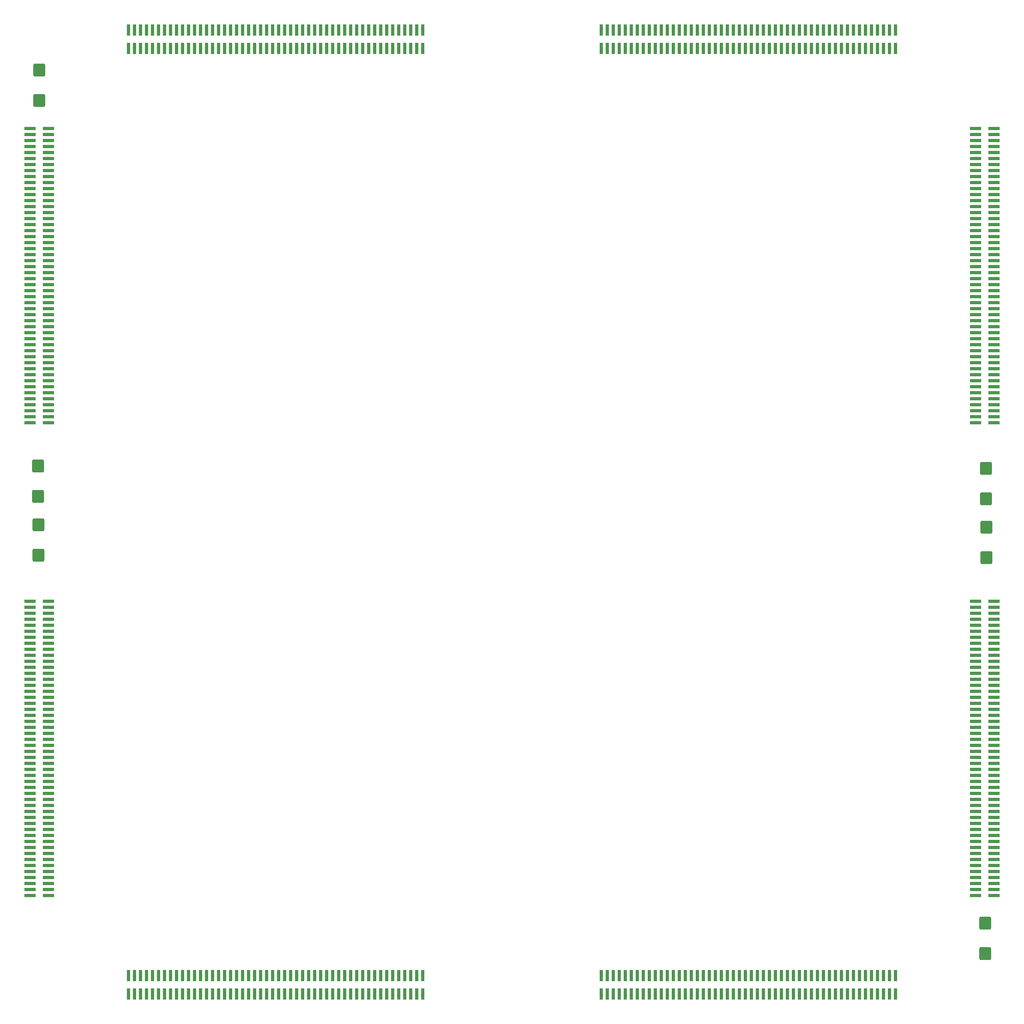
<source format=gtp>
G04 Layer_Color=8421504*
%FSLAX25Y25*%
%MOIN*%
G70*
G01*
G75*
G04:AMPARAMS|DCode=10|XSize=109.06mil|YSize=100.39mil|CornerRadius=15.06mil|HoleSize=0mil|Usage=FLASHONLY|Rotation=90.000|XOffset=0mil|YOffset=0mil|HoleType=Round|Shape=RoundedRectangle|*
%AMROUNDEDRECTD10*
21,1,0.10906,0.07028,0,0,90.0*
21,1,0.07894,0.10039,0,0,90.0*
1,1,0.03012,0.03514,0.03947*
1,1,0.03012,0.03514,-0.03947*
1,1,0.03012,-0.03514,-0.03947*
1,1,0.03012,-0.03514,0.03947*
%
%ADD10ROUNDEDRECTD10*%
%ADD11R,0.09449X0.02913*%
%ADD12R,0.02913X0.09449*%
D10*
X393897Y-342519D02*
D03*
Y-367834D02*
D03*
X-393897Y342519D02*
D03*
Y367834D02*
D03*
X394881Y-12795D02*
D03*
Y-38110D02*
D03*
X-394881Y12795D02*
D03*
Y38110D02*
D03*
X-394489Y-10826D02*
D03*
Y-36141D02*
D03*
X394489Y10826D02*
D03*
Y36141D02*
D03*
D11*
X-401378Y319350D02*
D03*
Y314350D02*
D03*
Y309350D02*
D03*
Y304350D02*
D03*
Y299350D02*
D03*
Y294350D02*
D03*
Y289350D02*
D03*
Y284350D02*
D03*
Y279350D02*
D03*
Y274350D02*
D03*
Y269350D02*
D03*
Y264350D02*
D03*
Y259350D02*
D03*
Y254350D02*
D03*
Y249350D02*
D03*
Y244350D02*
D03*
Y239350D02*
D03*
Y234350D02*
D03*
Y229350D02*
D03*
Y224350D02*
D03*
Y219350D02*
D03*
Y214350D02*
D03*
Y209350D02*
D03*
Y204350D02*
D03*
Y199350D02*
D03*
Y194350D02*
D03*
Y189350D02*
D03*
Y184350D02*
D03*
Y179350D02*
D03*
Y174350D02*
D03*
Y169350D02*
D03*
Y164350D02*
D03*
Y159350D02*
D03*
Y154350D02*
D03*
Y149350D02*
D03*
Y144350D02*
D03*
Y139350D02*
D03*
Y134350D02*
D03*
Y129350D02*
D03*
Y124350D02*
D03*
Y119350D02*
D03*
Y114350D02*
D03*
Y109350D02*
D03*
Y104350D02*
D03*
Y99350D02*
D03*
Y94350D02*
D03*
Y89350D02*
D03*
Y84350D02*
D03*
Y79350D02*
D03*
Y74350D02*
D03*
X-386023Y319350D02*
D03*
Y314350D02*
D03*
Y309350D02*
D03*
Y304350D02*
D03*
Y299350D02*
D03*
Y294350D02*
D03*
Y289350D02*
D03*
Y284350D02*
D03*
Y279350D02*
D03*
Y274350D02*
D03*
Y269350D02*
D03*
Y264350D02*
D03*
Y259350D02*
D03*
Y254350D02*
D03*
Y249350D02*
D03*
Y244350D02*
D03*
Y239350D02*
D03*
Y234350D02*
D03*
Y229350D02*
D03*
Y224350D02*
D03*
Y219350D02*
D03*
Y214350D02*
D03*
Y209350D02*
D03*
Y204350D02*
D03*
Y199350D02*
D03*
Y194350D02*
D03*
Y189350D02*
D03*
Y184350D02*
D03*
Y179350D02*
D03*
Y174350D02*
D03*
Y169350D02*
D03*
Y164350D02*
D03*
Y159350D02*
D03*
Y154350D02*
D03*
Y149350D02*
D03*
Y144350D02*
D03*
Y139350D02*
D03*
Y134350D02*
D03*
Y129350D02*
D03*
Y124350D02*
D03*
Y119350D02*
D03*
Y114350D02*
D03*
Y109350D02*
D03*
Y104350D02*
D03*
Y99350D02*
D03*
Y94350D02*
D03*
Y89350D02*
D03*
Y84350D02*
D03*
Y79350D02*
D03*
Y74350D02*
D03*
X386024Y319350D02*
D03*
Y314350D02*
D03*
Y309350D02*
D03*
Y304350D02*
D03*
Y299350D02*
D03*
Y294350D02*
D03*
Y289350D02*
D03*
Y284350D02*
D03*
Y279350D02*
D03*
Y274350D02*
D03*
Y269350D02*
D03*
Y264350D02*
D03*
Y259350D02*
D03*
Y254350D02*
D03*
Y249350D02*
D03*
Y244350D02*
D03*
Y239350D02*
D03*
Y234350D02*
D03*
Y229350D02*
D03*
Y224350D02*
D03*
Y219350D02*
D03*
Y214350D02*
D03*
Y209350D02*
D03*
Y204350D02*
D03*
Y199350D02*
D03*
Y194350D02*
D03*
Y189350D02*
D03*
Y184350D02*
D03*
Y179350D02*
D03*
Y174350D02*
D03*
Y169350D02*
D03*
Y164350D02*
D03*
Y159350D02*
D03*
Y154350D02*
D03*
Y149350D02*
D03*
Y144350D02*
D03*
Y139350D02*
D03*
Y134350D02*
D03*
Y129350D02*
D03*
Y124350D02*
D03*
Y119350D02*
D03*
Y114350D02*
D03*
Y109350D02*
D03*
Y104350D02*
D03*
Y99350D02*
D03*
Y94350D02*
D03*
Y89350D02*
D03*
Y84350D02*
D03*
Y79350D02*
D03*
Y74350D02*
D03*
X401378Y319350D02*
D03*
Y314350D02*
D03*
Y309350D02*
D03*
Y304350D02*
D03*
Y299350D02*
D03*
Y294350D02*
D03*
Y289350D02*
D03*
Y284350D02*
D03*
Y279350D02*
D03*
Y274350D02*
D03*
Y269350D02*
D03*
Y264350D02*
D03*
Y259350D02*
D03*
Y254350D02*
D03*
Y249350D02*
D03*
Y244350D02*
D03*
Y239350D02*
D03*
Y234350D02*
D03*
Y229350D02*
D03*
Y224350D02*
D03*
Y219350D02*
D03*
Y214350D02*
D03*
Y209350D02*
D03*
Y204350D02*
D03*
Y199350D02*
D03*
Y194350D02*
D03*
Y189350D02*
D03*
Y184350D02*
D03*
Y179350D02*
D03*
Y174350D02*
D03*
Y169350D02*
D03*
Y164350D02*
D03*
Y159350D02*
D03*
Y154350D02*
D03*
Y149350D02*
D03*
Y144350D02*
D03*
Y139350D02*
D03*
Y134350D02*
D03*
Y129350D02*
D03*
Y124350D02*
D03*
Y119350D02*
D03*
Y114350D02*
D03*
Y109350D02*
D03*
Y104350D02*
D03*
Y99350D02*
D03*
Y94350D02*
D03*
Y89350D02*
D03*
Y84350D02*
D03*
Y79350D02*
D03*
Y74350D02*
D03*
X-386024Y-319350D02*
D03*
Y-314350D02*
D03*
Y-309350D02*
D03*
Y-304350D02*
D03*
Y-299350D02*
D03*
Y-294350D02*
D03*
Y-289350D02*
D03*
Y-284350D02*
D03*
Y-279350D02*
D03*
Y-274350D02*
D03*
Y-269350D02*
D03*
Y-264350D02*
D03*
Y-259350D02*
D03*
Y-254350D02*
D03*
Y-249350D02*
D03*
Y-244350D02*
D03*
Y-239350D02*
D03*
Y-234350D02*
D03*
Y-229350D02*
D03*
Y-224350D02*
D03*
Y-219350D02*
D03*
Y-214350D02*
D03*
Y-209350D02*
D03*
Y-204350D02*
D03*
Y-199350D02*
D03*
Y-194350D02*
D03*
Y-189350D02*
D03*
Y-184350D02*
D03*
Y-179350D02*
D03*
Y-174350D02*
D03*
Y-169350D02*
D03*
Y-164350D02*
D03*
Y-159350D02*
D03*
Y-154350D02*
D03*
Y-149350D02*
D03*
Y-144350D02*
D03*
Y-139350D02*
D03*
Y-134350D02*
D03*
Y-129350D02*
D03*
Y-124350D02*
D03*
Y-119350D02*
D03*
Y-114350D02*
D03*
Y-109350D02*
D03*
Y-104350D02*
D03*
Y-99350D02*
D03*
Y-94350D02*
D03*
Y-89350D02*
D03*
Y-84350D02*
D03*
Y-79350D02*
D03*
Y-74350D02*
D03*
X-401378Y-319350D02*
D03*
Y-314350D02*
D03*
Y-309350D02*
D03*
Y-304350D02*
D03*
Y-299350D02*
D03*
Y-294350D02*
D03*
Y-289350D02*
D03*
Y-284350D02*
D03*
Y-279350D02*
D03*
Y-274350D02*
D03*
Y-269350D02*
D03*
Y-264350D02*
D03*
Y-259350D02*
D03*
Y-254350D02*
D03*
Y-249350D02*
D03*
Y-244350D02*
D03*
Y-239350D02*
D03*
Y-234350D02*
D03*
Y-229350D02*
D03*
Y-224350D02*
D03*
Y-219350D02*
D03*
Y-214350D02*
D03*
Y-209350D02*
D03*
Y-204350D02*
D03*
Y-199350D02*
D03*
Y-194350D02*
D03*
Y-189350D02*
D03*
Y-184350D02*
D03*
Y-179350D02*
D03*
Y-174350D02*
D03*
Y-169350D02*
D03*
Y-164350D02*
D03*
Y-159350D02*
D03*
Y-154350D02*
D03*
Y-149350D02*
D03*
Y-144350D02*
D03*
Y-139350D02*
D03*
Y-134350D02*
D03*
Y-129350D02*
D03*
Y-124350D02*
D03*
Y-119350D02*
D03*
Y-114350D02*
D03*
Y-109350D02*
D03*
Y-104350D02*
D03*
Y-99350D02*
D03*
Y-94350D02*
D03*
Y-89350D02*
D03*
Y-84350D02*
D03*
Y-79350D02*
D03*
Y-74350D02*
D03*
X401378Y-319350D02*
D03*
Y-314350D02*
D03*
Y-309350D02*
D03*
Y-304350D02*
D03*
Y-299350D02*
D03*
Y-294350D02*
D03*
Y-289350D02*
D03*
Y-284350D02*
D03*
Y-279350D02*
D03*
Y-274350D02*
D03*
Y-269350D02*
D03*
Y-264350D02*
D03*
Y-259350D02*
D03*
Y-254350D02*
D03*
Y-249350D02*
D03*
Y-244350D02*
D03*
Y-239350D02*
D03*
Y-234350D02*
D03*
Y-229350D02*
D03*
Y-224350D02*
D03*
Y-219350D02*
D03*
Y-214350D02*
D03*
Y-209350D02*
D03*
Y-204350D02*
D03*
Y-199350D02*
D03*
Y-194350D02*
D03*
Y-189350D02*
D03*
Y-184350D02*
D03*
Y-179350D02*
D03*
Y-174350D02*
D03*
Y-169350D02*
D03*
Y-164350D02*
D03*
Y-159350D02*
D03*
Y-154350D02*
D03*
Y-149350D02*
D03*
Y-144350D02*
D03*
Y-139350D02*
D03*
Y-134350D02*
D03*
Y-129350D02*
D03*
Y-124350D02*
D03*
Y-119350D02*
D03*
Y-114350D02*
D03*
Y-109350D02*
D03*
Y-104350D02*
D03*
Y-99350D02*
D03*
Y-94350D02*
D03*
Y-89350D02*
D03*
Y-84350D02*
D03*
Y-79350D02*
D03*
Y-74350D02*
D03*
X386023Y-319350D02*
D03*
Y-314350D02*
D03*
Y-309350D02*
D03*
Y-304350D02*
D03*
Y-299350D02*
D03*
Y-294350D02*
D03*
Y-289350D02*
D03*
Y-284350D02*
D03*
Y-279350D02*
D03*
Y-274350D02*
D03*
Y-269350D02*
D03*
Y-264350D02*
D03*
Y-259350D02*
D03*
Y-254350D02*
D03*
Y-249350D02*
D03*
Y-244350D02*
D03*
Y-239350D02*
D03*
Y-234350D02*
D03*
Y-229350D02*
D03*
Y-224350D02*
D03*
Y-219350D02*
D03*
Y-214350D02*
D03*
Y-209350D02*
D03*
Y-204350D02*
D03*
Y-199350D02*
D03*
Y-194350D02*
D03*
Y-189350D02*
D03*
Y-184350D02*
D03*
Y-179350D02*
D03*
Y-174350D02*
D03*
Y-169350D02*
D03*
Y-164350D02*
D03*
Y-159350D02*
D03*
Y-154350D02*
D03*
Y-149350D02*
D03*
Y-144350D02*
D03*
Y-139350D02*
D03*
Y-134350D02*
D03*
Y-129350D02*
D03*
Y-124350D02*
D03*
Y-119350D02*
D03*
Y-114350D02*
D03*
Y-109350D02*
D03*
Y-104350D02*
D03*
Y-99350D02*
D03*
Y-94350D02*
D03*
Y-89350D02*
D03*
Y-84350D02*
D03*
Y-79350D02*
D03*
Y-74350D02*
D03*
D12*
X319350Y401378D02*
D03*
X314350D02*
D03*
X309350D02*
D03*
X304350D02*
D03*
X299350D02*
D03*
X294350D02*
D03*
X289350D02*
D03*
X284350D02*
D03*
X279350D02*
D03*
X274350D02*
D03*
X269350D02*
D03*
X264350D02*
D03*
X259350D02*
D03*
X254350D02*
D03*
X249350D02*
D03*
X244350D02*
D03*
X239350D02*
D03*
X234350D02*
D03*
X229350D02*
D03*
X224350D02*
D03*
X219350D02*
D03*
X214350D02*
D03*
X209350D02*
D03*
X204350D02*
D03*
X199350D02*
D03*
X194350D02*
D03*
X189350D02*
D03*
X184350D02*
D03*
X179350D02*
D03*
X174350D02*
D03*
X169350D02*
D03*
X164350D02*
D03*
X159350D02*
D03*
X154350D02*
D03*
X149350D02*
D03*
X144350D02*
D03*
X139350D02*
D03*
X134350D02*
D03*
X129350D02*
D03*
X124350D02*
D03*
X119350D02*
D03*
X114350D02*
D03*
X109350D02*
D03*
X104350D02*
D03*
X99350D02*
D03*
X94350D02*
D03*
X89350D02*
D03*
X84350D02*
D03*
X79350D02*
D03*
X74350D02*
D03*
X319350Y386023D02*
D03*
X314350D02*
D03*
X309350D02*
D03*
X304350D02*
D03*
X299350D02*
D03*
X294350D02*
D03*
X289350D02*
D03*
X284350D02*
D03*
X279350D02*
D03*
X274350D02*
D03*
X269350D02*
D03*
X264350D02*
D03*
X259350D02*
D03*
X254350D02*
D03*
X249350D02*
D03*
X244350D02*
D03*
X239350D02*
D03*
X234350D02*
D03*
X229350D02*
D03*
X224350D02*
D03*
X219350D02*
D03*
X214350D02*
D03*
X209350D02*
D03*
X204350D02*
D03*
X199350D02*
D03*
X194350D02*
D03*
X189350D02*
D03*
X184350D02*
D03*
X179350D02*
D03*
X174350D02*
D03*
X169350D02*
D03*
X164350D02*
D03*
X159350D02*
D03*
X154350D02*
D03*
X149350D02*
D03*
X144350D02*
D03*
X139350D02*
D03*
X134350D02*
D03*
X129350D02*
D03*
X124350D02*
D03*
X119350D02*
D03*
X114350D02*
D03*
X109350D02*
D03*
X104350D02*
D03*
X99350D02*
D03*
X94350D02*
D03*
X89350D02*
D03*
X84350D02*
D03*
X79350D02*
D03*
X74350D02*
D03*
X-319350Y401378D02*
D03*
X-314350D02*
D03*
X-309350D02*
D03*
X-304350D02*
D03*
X-299350D02*
D03*
X-294350D02*
D03*
X-289350D02*
D03*
X-284350D02*
D03*
X-279350D02*
D03*
X-274350D02*
D03*
X-269350D02*
D03*
X-264350D02*
D03*
X-259350D02*
D03*
X-254350D02*
D03*
X-249350D02*
D03*
X-244350D02*
D03*
X-239350D02*
D03*
X-234350D02*
D03*
X-229350D02*
D03*
X-224350D02*
D03*
X-219350D02*
D03*
X-214350D02*
D03*
X-209350D02*
D03*
X-204350D02*
D03*
X-199350D02*
D03*
X-194350D02*
D03*
X-189350D02*
D03*
X-184350D02*
D03*
X-179350D02*
D03*
X-174350D02*
D03*
X-169350D02*
D03*
X-164350D02*
D03*
X-159350D02*
D03*
X-154350D02*
D03*
X-149350D02*
D03*
X-144350D02*
D03*
X-139350D02*
D03*
X-134350D02*
D03*
X-129350D02*
D03*
X-124350D02*
D03*
X-119350D02*
D03*
X-114350D02*
D03*
X-109350D02*
D03*
X-104350D02*
D03*
X-99350D02*
D03*
X-94350D02*
D03*
X-89350D02*
D03*
X-84350D02*
D03*
X-79350D02*
D03*
X-74350D02*
D03*
X-319350Y386023D02*
D03*
X-314350D02*
D03*
X-309350D02*
D03*
X-304350D02*
D03*
X-299350D02*
D03*
X-294350D02*
D03*
X-289350D02*
D03*
X-284350D02*
D03*
X-279350D02*
D03*
X-274350D02*
D03*
X-269350D02*
D03*
X-264350D02*
D03*
X-259350D02*
D03*
X-254350D02*
D03*
X-249350D02*
D03*
X-244350D02*
D03*
X-239350D02*
D03*
X-234350D02*
D03*
X-229350D02*
D03*
X-224350D02*
D03*
X-219350D02*
D03*
X-214350D02*
D03*
X-209350D02*
D03*
X-204350D02*
D03*
X-199350D02*
D03*
X-194350D02*
D03*
X-189350D02*
D03*
X-184350D02*
D03*
X-179350D02*
D03*
X-174350D02*
D03*
X-169350D02*
D03*
X-164350D02*
D03*
X-159350D02*
D03*
X-154350D02*
D03*
X-149350D02*
D03*
X-144350D02*
D03*
X-139350D02*
D03*
X-134350D02*
D03*
X-129350D02*
D03*
X-124350D02*
D03*
X-119350D02*
D03*
X-114350D02*
D03*
X-109350D02*
D03*
X-104350D02*
D03*
X-99350D02*
D03*
X-94350D02*
D03*
X-89350D02*
D03*
X-84350D02*
D03*
X-79350D02*
D03*
X-74350D02*
D03*
X319350Y-401378D02*
D03*
X314350D02*
D03*
X309350D02*
D03*
X304350D02*
D03*
X299350D02*
D03*
X294350D02*
D03*
X289350D02*
D03*
X284350D02*
D03*
X279350D02*
D03*
X274350D02*
D03*
X269350D02*
D03*
X264350D02*
D03*
X259350D02*
D03*
X254350D02*
D03*
X249350D02*
D03*
X244350D02*
D03*
X239350D02*
D03*
X234350D02*
D03*
X229350D02*
D03*
X224350D02*
D03*
X219350D02*
D03*
X214350D02*
D03*
X209350D02*
D03*
X204350D02*
D03*
X199350D02*
D03*
X194350D02*
D03*
X189350D02*
D03*
X184350D02*
D03*
X179350D02*
D03*
X174350D02*
D03*
X169350D02*
D03*
X164350D02*
D03*
X159350D02*
D03*
X154350D02*
D03*
X149350D02*
D03*
X144350D02*
D03*
X139350D02*
D03*
X134350D02*
D03*
X129350D02*
D03*
X124350D02*
D03*
X119350D02*
D03*
X114350D02*
D03*
X109350D02*
D03*
X104350D02*
D03*
X99350D02*
D03*
X94350D02*
D03*
X89350D02*
D03*
X84350D02*
D03*
X79350D02*
D03*
X74350D02*
D03*
X319350Y-386023D02*
D03*
X314350D02*
D03*
X309350D02*
D03*
X304350D02*
D03*
X299350D02*
D03*
X294350D02*
D03*
X289350D02*
D03*
X284350D02*
D03*
X279350D02*
D03*
X274350D02*
D03*
X269350D02*
D03*
X264350D02*
D03*
X259350D02*
D03*
X254350D02*
D03*
X249350D02*
D03*
X244350D02*
D03*
X239350D02*
D03*
X234350D02*
D03*
X229350D02*
D03*
X224350D02*
D03*
X219350D02*
D03*
X214350D02*
D03*
X209350D02*
D03*
X204350D02*
D03*
X199350D02*
D03*
X194350D02*
D03*
X189350D02*
D03*
X184350D02*
D03*
X179350D02*
D03*
X174350D02*
D03*
X169350D02*
D03*
X164350D02*
D03*
X159350D02*
D03*
X154350D02*
D03*
X149350D02*
D03*
X144350D02*
D03*
X139350D02*
D03*
X134350D02*
D03*
X129350D02*
D03*
X124350D02*
D03*
X119350D02*
D03*
X114350D02*
D03*
X109350D02*
D03*
X104350D02*
D03*
X99350D02*
D03*
X94350D02*
D03*
X89350D02*
D03*
X84350D02*
D03*
X79350D02*
D03*
X74350D02*
D03*
X-319350Y-401378D02*
D03*
X-314350D02*
D03*
X-309350D02*
D03*
X-304350D02*
D03*
X-299350D02*
D03*
X-294350D02*
D03*
X-289350D02*
D03*
X-284350D02*
D03*
X-279350D02*
D03*
X-274350D02*
D03*
X-269350D02*
D03*
X-264350D02*
D03*
X-259350D02*
D03*
X-254350D02*
D03*
X-249350D02*
D03*
X-244350D02*
D03*
X-239350D02*
D03*
X-234350D02*
D03*
X-229350D02*
D03*
X-224350D02*
D03*
X-219350D02*
D03*
X-214350D02*
D03*
X-209350D02*
D03*
X-204350D02*
D03*
X-199350D02*
D03*
X-194350D02*
D03*
X-189350D02*
D03*
X-184350D02*
D03*
X-179350D02*
D03*
X-174350D02*
D03*
X-169350D02*
D03*
X-164350D02*
D03*
X-159350D02*
D03*
X-154350D02*
D03*
X-149350D02*
D03*
X-144350D02*
D03*
X-139350D02*
D03*
X-134350D02*
D03*
X-129350D02*
D03*
X-124350D02*
D03*
X-119350D02*
D03*
X-114350D02*
D03*
X-109350D02*
D03*
X-104350D02*
D03*
X-99350D02*
D03*
X-94350D02*
D03*
X-89350D02*
D03*
X-84350D02*
D03*
X-79350D02*
D03*
X-74350D02*
D03*
X-319350Y-386023D02*
D03*
X-314350D02*
D03*
X-309350D02*
D03*
X-304350D02*
D03*
X-299350D02*
D03*
X-294350D02*
D03*
X-289350D02*
D03*
X-284350D02*
D03*
X-279350D02*
D03*
X-274350D02*
D03*
X-269350D02*
D03*
X-264350D02*
D03*
X-259350D02*
D03*
X-254350D02*
D03*
X-249350D02*
D03*
X-244350D02*
D03*
X-239350D02*
D03*
X-234350D02*
D03*
X-229350D02*
D03*
X-224350D02*
D03*
X-219350D02*
D03*
X-214350D02*
D03*
X-209350D02*
D03*
X-204350D02*
D03*
X-199350D02*
D03*
X-194350D02*
D03*
X-189350D02*
D03*
X-184350D02*
D03*
X-179350D02*
D03*
X-174350D02*
D03*
X-169350D02*
D03*
X-164350D02*
D03*
X-159350D02*
D03*
X-154350D02*
D03*
X-149350D02*
D03*
X-144350D02*
D03*
X-139350D02*
D03*
X-134350D02*
D03*
X-129350D02*
D03*
X-124350D02*
D03*
X-119350D02*
D03*
X-114350D02*
D03*
X-109350D02*
D03*
X-104350D02*
D03*
X-99350D02*
D03*
X-94350D02*
D03*
X-89350D02*
D03*
X-84350D02*
D03*
X-79350D02*
D03*
X-74350D02*
D03*
M02*

</source>
